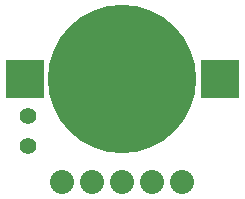
<source format=gts>
G75*
%MOIN*%
%OFA0B0*%
%FSLAX25Y25*%
%IPPOS*%
%LPD*%
%AMOC8*
5,1,8,0,0,1.08239X$1,22.5*
%
%ADD10C,0.08000*%
%ADD11C,0.25400*%
%ADD12R,0.12998X0.12998*%
%ADD13C,0.49465*%
%ADD14C,0.05600*%
D10*
X0023500Y0006526D03*
X0033500Y0006526D03*
X0043500Y0006526D03*
X0053500Y0006526D03*
X0063500Y0006526D03*
D11*
X0043500Y0041026D03*
D12*
X0075883Y0041026D03*
X0011117Y0041026D03*
D13*
X0043500Y0041026D03*
D14*
X0012000Y0028526D03*
X0012000Y0018526D03*
M02*

</source>
